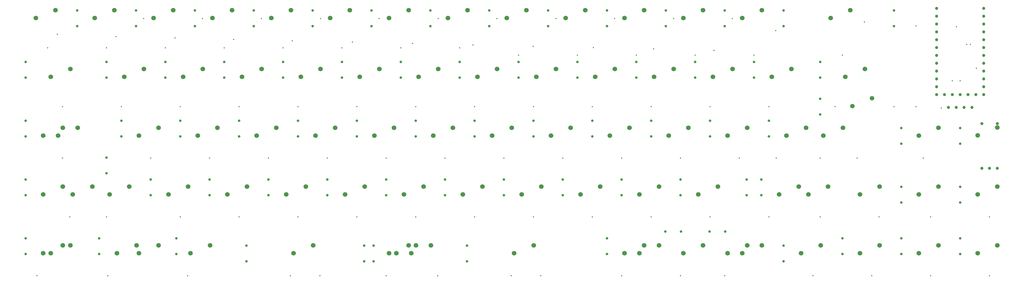
<source format=gbr>
%TF.GenerationSoftware,KiCad,Pcbnew,(6.0.1)*%
%TF.CreationDate,2022-05-17T11:58:55-04:00*%
%TF.ProjectId,GanJing 65 rev 2 solder-rounded,47616e4a-696e-4672-9036-352072657620,2*%
%TF.SameCoordinates,Original*%
%TF.FileFunction,Plated,1,2,PTH,Drill*%
%TF.FilePolarity,Positive*%
%FSLAX46Y46*%
G04 Gerber Fmt 4.6, Leading zero omitted, Abs format (unit mm)*
G04 Created by KiCad (PCBNEW (6.0.1)) date 2022-05-17 11:58:55*
%MOMM*%
%LPD*%
G01*
G04 APERTURE LIST*
%TA.AperFunction,ViaDrill*%
%ADD10C,0.400000*%
%TD*%
%TA.AperFunction,ComponentDrill*%
%ADD11C,0.800000*%
%TD*%
%TA.AperFunction,ComponentDrill*%
%ADD12C,1.000000*%
%TD*%
%TA.AperFunction,ComponentDrill*%
%ADD13C,1.470000*%
%TD*%
%TA.AperFunction,ComponentDrill*%
%ADD14C,1.500000*%
%TD*%
G04 APERTURE END LIST*
D10*
X56000000Y-185737500D03*
X59531250Y-111918750D03*
X62606250Y-107510700D03*
X64293750Y-130968750D03*
X64293750Y-147637500D03*
X66675000Y-166687500D03*
X78581250Y-111918750D03*
X78581250Y-166687500D03*
X79000000Y-185737500D03*
X81606250Y-108300000D03*
X83343750Y-130968750D03*
X90606250Y-102400000D03*
X92868750Y-147637500D03*
X97631250Y-111918750D03*
X100706250Y-108700000D03*
X102393750Y-130968750D03*
X102393750Y-166687500D03*
X104775000Y-185737500D03*
X109606250Y-102400000D03*
X111918750Y-147637500D03*
X116681250Y-111918750D03*
X119706250Y-109200000D03*
X121443750Y-130968750D03*
X121443750Y-166687500D03*
X128706250Y-102400000D03*
X130968750Y-147637500D03*
X135731250Y-111918750D03*
X138112500Y-185737500D03*
X138706250Y-109600000D03*
X140493750Y-130968750D03*
X140493750Y-166687500D03*
X147637500Y-185737500D03*
X147806250Y-102400000D03*
X150018750Y-147637500D03*
X154781250Y-111918750D03*
X158153750Y-110052500D03*
X159543750Y-130968750D03*
X159543750Y-166687500D03*
X166806250Y-102400000D03*
X169068750Y-147637500D03*
X169068750Y-185737500D03*
X173831250Y-111918750D03*
X177628750Y-110477500D03*
X178593750Y-130968750D03*
X178593750Y-166687500D03*
X185737500Y-185737500D03*
X185906250Y-102400000D03*
X188118750Y-147637500D03*
X192881250Y-111918750D03*
X197153750Y-110952500D03*
X197643750Y-130968750D03*
X197643750Y-166687500D03*
X204906250Y-102400000D03*
X207168750Y-147637500D03*
X209550000Y-185737500D03*
X211931250Y-114300000D03*
X216628750Y-111377500D03*
X216693750Y-130968750D03*
X216693750Y-166687500D03*
X219075000Y-185737500D03*
X224006250Y-102400000D03*
X226218750Y-147637500D03*
X230981250Y-114300000D03*
X235743750Y-130968750D03*
X235743750Y-166687500D03*
X236153750Y-111852500D03*
X243006250Y-102400000D03*
X245268750Y-147637500D03*
X245268750Y-185737500D03*
X250031250Y-114300000D03*
X254793750Y-130968750D03*
X254793750Y-166687500D03*
X255628750Y-112277500D03*
X262106250Y-102400000D03*
X264318750Y-147637500D03*
X264318750Y-185737500D03*
X269081250Y-114300000D03*
X273843750Y-130968750D03*
X273843750Y-166687500D03*
X275153750Y-112752500D03*
X278606250Y-185737500D03*
X281106250Y-102400000D03*
X283368750Y-147637500D03*
X288131250Y-114300000D03*
X292893750Y-130968750D03*
X292893750Y-166687500D03*
X295106250Y-106300000D03*
X295275000Y-147637500D03*
X307181250Y-185737500D03*
X309562500Y-147637500D03*
X309562500Y-166687500D03*
X314325000Y-130968750D03*
X316706250Y-114300000D03*
X321468750Y-147637500D03*
X323806250Y-103500000D03*
X326231250Y-185737500D03*
X328612500Y-166687500D03*
X333375000Y-130968750D03*
X340518750Y-104775000D03*
X340518750Y-130968750D03*
X342900000Y-147637500D03*
X345281250Y-166687500D03*
X345281250Y-185737500D03*
X348706250Y-131400000D03*
X352306250Y-122600000D03*
X353606250Y-105100000D03*
X354806250Y-122600000D03*
X356906250Y-110800000D03*
X358106250Y-110800000D03*
X360106250Y-118500000D03*
X364331250Y-166687500D03*
X364331250Y-185737500D03*
D11*
%TO.C,D16*%
X52387500Y-116522500D03*
X52387500Y-121602500D03*
%TO.C,D31*%
X52387500Y-135572500D03*
X52387500Y-140652500D03*
%TO.C,D46*%
X52387500Y-154622500D03*
X52387500Y-159702500D03*
%TO.C,D61*%
X52387500Y-173672500D03*
X52387500Y-178752500D03*
%TO.C,D1*%
X69056250Y-99853750D03*
X69056250Y-104933750D03*
%TO.C,D62*%
X76200000Y-173672500D03*
X76200000Y-178752500D03*
%TO.C,D17*%
X78581250Y-116522500D03*
X78581250Y-121602500D03*
%TO.C,D47*%
X78581250Y-147478750D03*
X78581250Y-152558750D03*
%TO.C,D32*%
X83343750Y-135572500D03*
X83343750Y-140652500D03*
%TO.C,D2*%
X88106250Y-99853750D03*
X88106250Y-104933750D03*
%TO.C,D48*%
X92868750Y-154622500D03*
X92868750Y-159702500D03*
%TO.C,D18*%
X97631250Y-116522500D03*
X97631250Y-121602500D03*
%TO.C,D63*%
X101200000Y-173672500D03*
X101200000Y-178752500D03*
%TO.C,D33*%
X102393750Y-135572500D03*
X102393750Y-140652500D03*
%TO.C,D3*%
X107156250Y-99853750D03*
X107156250Y-104933750D03*
%TO.C,D49*%
X111918750Y-154622500D03*
X111918750Y-159702500D03*
%TO.C,D19*%
X116681250Y-116522500D03*
X116681250Y-121602500D03*
%TO.C,D34*%
X121443750Y-135572500D03*
X121443750Y-140652500D03*
%TO.C,D64*%
X123825000Y-176053750D03*
X123825000Y-181133750D03*
%TO.C,D4*%
X126206250Y-99853750D03*
X126206250Y-104933750D03*
%TO.C,D50*%
X130968750Y-154622500D03*
X130968750Y-159702500D03*
%TO.C,D20*%
X135731250Y-116522500D03*
X135731250Y-121602500D03*
%TO.C,D35*%
X140493750Y-135572500D03*
X140493750Y-140652500D03*
%TO.C,D5*%
X145256250Y-99853750D03*
X145256250Y-104933750D03*
%TO.C,D51*%
X150018750Y-154622500D03*
X150018750Y-159702500D03*
%TO.C,D21*%
X154781250Y-116522500D03*
X154781250Y-121602500D03*
%TO.C,D36*%
X159543750Y-135572500D03*
X159543750Y-140652500D03*
%TO.C,D65*%
X161925000Y-176053750D03*
X161925000Y-181133750D03*
%TO.C,D6*%
X164306250Y-99853750D03*
X164306250Y-104933750D03*
%TO.C,D66*%
X165000000Y-176053750D03*
X165000000Y-181133750D03*
%TO.C,D52*%
X169068750Y-154622500D03*
X169068750Y-159702500D03*
%TO.C,D22*%
X173831250Y-116522500D03*
X173831250Y-121602500D03*
%TO.C,D37*%
X178593750Y-135572500D03*
X178593750Y-140652500D03*
%TO.C,D7*%
X183356250Y-99853750D03*
X183356250Y-104933750D03*
%TO.C,D53*%
X188118750Y-154622500D03*
X188118750Y-159702500D03*
%TO.C,D23*%
X192881250Y-116522500D03*
X192881250Y-121602500D03*
%TO.C,D67*%
X195262500Y-176053750D03*
X195262500Y-181133750D03*
%TO.C,D38*%
X197643750Y-135572500D03*
X197643750Y-140652500D03*
%TO.C,D8*%
X202406250Y-99853750D03*
X202406250Y-104933750D03*
%TO.C,D54*%
X207168750Y-154622500D03*
X207168750Y-159702500D03*
%TO.C,D24*%
X211931250Y-116522500D03*
X211931250Y-121602500D03*
%TO.C,D39*%
X216693750Y-135572500D03*
X216693750Y-140652500D03*
%TO.C,D9*%
X221456250Y-99853750D03*
X221456250Y-104933750D03*
%TO.C,D55*%
X226218750Y-154622500D03*
X226218750Y-159702500D03*
%TO.C,D25*%
X230981250Y-116522500D03*
X230981250Y-121602500D03*
%TO.C,D40*%
X235743750Y-135572500D03*
X235743750Y-140652500D03*
%TO.C,D10*%
X240506250Y-99853750D03*
X240506250Y-104933750D03*
%TO.C,D68*%
X240506250Y-173672500D03*
X240506250Y-178752500D03*
%TO.C,D56*%
X245268750Y-154622500D03*
X245268750Y-159702500D03*
%TO.C,D26*%
X250031250Y-116522500D03*
X250031250Y-121602500D03*
%TO.C,D41*%
X254793750Y-135572500D03*
X254793750Y-140652500D03*
%TO.C,D69*%
X259397500Y-171450000D03*
%TO.C,D11*%
X259556250Y-99853750D03*
X259556250Y-104933750D03*
%TO.C,D57*%
X264318750Y-154622500D03*
X264318750Y-159702500D03*
%TO.C,D69*%
X264477500Y-171450000D03*
%TO.C,D27*%
X269081250Y-116522500D03*
X269081250Y-121602500D03*
%TO.C,D70*%
X273685000Y-171450000D03*
%TO.C,D42*%
X273843750Y-135572500D03*
X273843750Y-140652500D03*
%TO.C,D12*%
X278606250Y-99853750D03*
X278606250Y-104933750D03*
%TO.C,D70*%
X278765000Y-171450000D03*
%TO.C,D59*%
X285750000Y-154622500D03*
X285750000Y-159702500D03*
%TO.C,D28*%
X288131250Y-116522500D03*
X288131250Y-121602500D03*
%TO.C,D58*%
X290512500Y-154622500D03*
X290512500Y-159702500D03*
%TO.C,D43*%
X292893750Y-135572500D03*
X292893750Y-140652500D03*
%TO.C,D13*%
X297656250Y-99853750D03*
X297656250Y-104933750D03*
%TO.C,D71*%
X297656250Y-176053750D03*
X297656250Y-181133750D03*
%TO.C,D29*%
X309562500Y-116522500D03*
X309562500Y-121602500D03*
%TO.C,D44*%
X309562500Y-128428750D03*
X309562500Y-133508750D03*
%TO.C,D72*%
X316706250Y-173672500D03*
X316706250Y-178752500D03*
%TO.C,D14*%
X333375000Y-99853750D03*
X333375000Y-104933750D03*
%TO.C,D30*%
X335756250Y-137953750D03*
X335756250Y-143033750D03*
%TO.C,D45*%
X335756250Y-157003750D03*
X335756250Y-162083750D03*
%TO.C,D73*%
X335756250Y-173672500D03*
X335756250Y-178752500D03*
%TO.C,D15*%
X354806250Y-137953750D03*
X354806250Y-143033750D03*
%TO.C,D60*%
X354806250Y-157003750D03*
X354806250Y-162083750D03*
%TO.C,D74*%
X354806250Y-173672500D03*
X354806250Y-178752500D03*
D12*
%TO.C,U1*%
X347186250Y-99130000D03*
X347186250Y-101670000D03*
X347186250Y-104210000D03*
X347186250Y-106750000D03*
X347186250Y-109290000D03*
X347186250Y-111830000D03*
X347186250Y-114370000D03*
X347186250Y-116910000D03*
X347186250Y-119450000D03*
X347186250Y-121990000D03*
X347186250Y-124530000D03*
X347186250Y-127070000D03*
X349726250Y-127070000D03*
%TO.C,DS1*%
X350996250Y-131250000D03*
%TO.C,U1*%
X352266250Y-127070000D03*
%TO.C,DS1*%
X353536250Y-131250000D03*
%TO.C,U1*%
X354806250Y-127070000D03*
%TO.C,DS1*%
X356076250Y-131250000D03*
%TO.C,U1*%
X357346250Y-127070000D03*
%TO.C,DS1*%
X358616250Y-131250000D03*
%TO.C,U1*%
X359886250Y-127070000D03*
%TO.C,SW1*%
X361831250Y-136475000D03*
X361831250Y-150975000D03*
%TO.C,U1*%
X362426250Y-99130000D03*
X362426250Y-101670000D03*
X362426250Y-104210000D03*
X362426250Y-106750000D03*
X362426250Y-109290000D03*
X362426250Y-111830000D03*
X362426250Y-114370000D03*
X362426250Y-116910000D03*
X362426250Y-119450000D03*
X362426250Y-121990000D03*
X362426250Y-124530000D03*
X362426250Y-127070000D03*
%TO.C,SW1*%
X364331250Y-150975000D03*
X366831250Y-136475000D03*
X366831250Y-150975000D03*
D13*
%TO.C,MX76*%
X319915000Y-130810000D03*
X326265000Y-128270000D03*
D14*
%TO.C,MX1*%
X55721250Y-102235000D03*
%TO.C,MX75*%
X58102500Y-140335000D03*
%TO.C,MX77*%
X58102500Y-159385000D03*
%TO.C,MX61*%
X58102500Y-178435000D03*
%TO.C,MX16*%
X60483750Y-121285000D03*
%TO.C,MX79*%
X60483750Y-178435000D03*
%TO.C,MX1*%
X62071250Y-99695000D03*
%TO.C,MX31*%
X62865000Y-140335000D03*
%TO.C,MX75*%
X64452500Y-137795000D03*
%TO.C,MX77*%
X64452500Y-156845000D03*
%TO.C,MX61*%
X64452500Y-175895000D03*
%TO.C,MX16*%
X66833750Y-118745000D03*
%TO.C,MX79*%
X66833750Y-175895000D03*
%TO.C,MX46*%
X67627500Y-159385000D03*
%TO.C,MX31*%
X69215000Y-137795000D03*
%TO.C,MX46*%
X73977500Y-156845000D03*
%TO.C,MX2*%
X74771250Y-102235000D03*
%TO.C,MX47*%
X79533750Y-159385000D03*
%TO.C,MX2*%
X81121250Y-99695000D03*
%TO.C,MX62*%
X81915000Y-178435000D03*
%TO.C,MX17*%
X84296250Y-121285000D03*
%TO.C,MX47*%
X85883750Y-156845000D03*
%TO.C,MX62*%
X88265000Y-175895000D03*
%TO.C,MX32*%
X89058750Y-140335000D03*
%TO.C,MX80*%
X89058750Y-178435000D03*
%TO.C,MX17*%
X90646250Y-118745000D03*
%TO.C,MX3*%
X93821250Y-102235000D03*
%TO.C,MX32*%
X95408750Y-137795000D03*
%TO.C,MX80*%
X95408750Y-175895000D03*
%TO.C,MX48*%
X98583750Y-159385000D03*
%TO.C,MX3*%
X100171250Y-99695000D03*
%TO.C,MX18*%
X103346250Y-121285000D03*
%TO.C,MX48*%
X104933750Y-156845000D03*
%TO.C,MX63*%
X105727500Y-178435000D03*
%TO.C,MX33*%
X108108750Y-140335000D03*
%TO.C,MX18*%
X109696250Y-118745000D03*
%TO.C,MX63*%
X112077500Y-175895000D03*
%TO.C,MX4*%
X112871250Y-102235000D03*
%TO.C,MX33*%
X114458750Y-137795000D03*
%TO.C,MX49*%
X117633750Y-159385000D03*
%TO.C,MX4*%
X119221250Y-99695000D03*
%TO.C,MX19*%
X122396250Y-121285000D03*
%TO.C,MX49*%
X123983750Y-156845000D03*
%TO.C,MX34*%
X127158750Y-140335000D03*
%TO.C,MX19*%
X128746250Y-118745000D03*
%TO.C,MX5*%
X131921250Y-102235000D03*
%TO.C,MX34*%
X133508750Y-137795000D03*
%TO.C,MX50*%
X136683750Y-159385000D03*
%TO.C,MX5*%
X138271250Y-99695000D03*
%TO.C,MX64*%
X139065000Y-178435000D03*
%TO.C,MX20*%
X141446250Y-121285000D03*
%TO.C,MX50*%
X143033750Y-156845000D03*
%TO.C,MX64*%
X145415000Y-175895000D03*
%TO.C,MX35*%
X146208750Y-140335000D03*
%TO.C,MX20*%
X147796250Y-118745000D03*
%TO.C,MX6*%
X150971250Y-102235000D03*
%TO.C,MX35*%
X152558750Y-137795000D03*
%TO.C,MX51*%
X155733750Y-159385000D03*
%TO.C,MX6*%
X157321250Y-99695000D03*
%TO.C,MX21*%
X160496250Y-121285000D03*
%TO.C,MX51*%
X162083750Y-156845000D03*
%TO.C,MX36*%
X165258750Y-140335000D03*
%TO.C,MX21*%
X166846250Y-118745000D03*
%TO.C,MX7*%
X170021250Y-102235000D03*
%TO.C,MX81*%
X170021250Y-178435000D03*
%TO.C,MX36*%
X171608750Y-137795000D03*
%TO.C,MX65*%
X172402500Y-178435000D03*
%TO.C,MX52*%
X174783750Y-159385000D03*
%TO.C,MX7*%
X176371250Y-99695000D03*
%TO.C,MX81*%
X176371250Y-175895000D03*
%TO.C,MX66*%
X177165000Y-178435000D03*
%TO.C,MX65*%
X178752500Y-175895000D03*
%TO.C,MX22*%
X179546250Y-121285000D03*
%TO.C,MX52*%
X181133750Y-156845000D03*
%TO.C,MX66*%
X183515000Y-175895000D03*
%TO.C,MX37*%
X184308750Y-140335000D03*
%TO.C,MX22*%
X185896250Y-118745000D03*
%TO.C,MX8*%
X189071250Y-102235000D03*
%TO.C,MX37*%
X190658750Y-137795000D03*
%TO.C,MX53*%
X193833750Y-159385000D03*
%TO.C,MX8*%
X195421250Y-99695000D03*
%TO.C,MX23*%
X198596250Y-121285000D03*
%TO.C,MX53*%
X200183750Y-156845000D03*
%TO.C,MX38*%
X203358750Y-140335000D03*
%TO.C,MX23*%
X204946250Y-118745000D03*
%TO.C,MX9*%
X208121250Y-102235000D03*
%TO.C,MX38*%
X209708750Y-137795000D03*
%TO.C,MX67*%
X210502500Y-178435000D03*
%TO.C,MX54*%
X212883750Y-159385000D03*
%TO.C,MX9*%
X214471250Y-99695000D03*
%TO.C,MX67*%
X216852500Y-175895000D03*
%TO.C,MX24*%
X217646250Y-121285000D03*
%TO.C,MX54*%
X219233750Y-156845000D03*
%TO.C,MX39*%
X222408750Y-140335000D03*
%TO.C,MX24*%
X223996250Y-118745000D03*
%TO.C,MX10*%
X227171250Y-102235000D03*
%TO.C,MX39*%
X228758750Y-137795000D03*
%TO.C,MX55*%
X231933750Y-159385000D03*
%TO.C,MX10*%
X233521250Y-99695000D03*
%TO.C,MX25*%
X236696250Y-121285000D03*
%TO.C,MX55*%
X238283750Y-156845000D03*
%TO.C,MX40*%
X241458750Y-140335000D03*
%TO.C,MX25*%
X243046250Y-118745000D03*
%TO.C,MX11*%
X246221250Y-102235000D03*
%TO.C,MX68*%
X246221250Y-178435000D03*
%TO.C,MX40*%
X247808750Y-137795000D03*
%TO.C,MX56*%
X250983750Y-159385000D03*
%TO.C,MX82*%
X250983750Y-178435000D03*
%TO.C,MX11*%
X252571250Y-99695000D03*
%TO.C,MX68*%
X252571250Y-175895000D03*
%TO.C,MX26*%
X255746250Y-121285000D03*
%TO.C,MX56*%
X257333750Y-156845000D03*
%TO.C,MX82*%
X257333750Y-175895000D03*
%TO.C,MX41*%
X260508750Y-140335000D03*
%TO.C,MX26*%
X262096250Y-118745000D03*
%TO.C,MX12*%
X265271250Y-102235000D03*
%TO.C,MX69*%
X265271250Y-178435000D03*
%TO.C,MX41*%
X266858750Y-137795000D03*
%TO.C,MX57*%
X270033750Y-159385000D03*
%TO.C,MX12*%
X271621250Y-99695000D03*
%TO.C,MX69*%
X271621250Y-175895000D03*
%TO.C,MX27*%
X274796250Y-121285000D03*
%TO.C,MX57*%
X276383750Y-156845000D03*
%TO.C,MX42*%
X279558750Y-140335000D03*
%TO.C,MX83*%
X279558750Y-178435000D03*
%TO.C,MX27*%
X281146250Y-118745000D03*
%TO.C,MX13*%
X284321250Y-102235000D03*
%TO.C,MX70*%
X284321250Y-178435000D03*
%TO.C,MX42*%
X285908750Y-137795000D03*
%TO.C,MX83*%
X285908750Y-175895000D03*
%TO.C,MX13*%
X290671250Y-99695000D03*
%TO.C,MX70*%
X290671250Y-175895000D03*
%TO.C,MX28*%
X293846250Y-121285000D03*
%TO.C,MX78*%
X296227500Y-159385000D03*
%TO.C,MX43*%
X298608750Y-140335000D03*
%TO.C,MX28*%
X300196250Y-118745000D03*
%TO.C,MX78*%
X302577500Y-156845000D03*
%TO.C,MX71*%
X303371250Y-178435000D03*
%TO.C,MX43*%
X304958750Y-137795000D03*
%TO.C,MX58*%
X305752500Y-159385000D03*
%TO.C,MX71*%
X309721250Y-175895000D03*
%TO.C,MX44*%
X310515000Y-140335000D03*
%TO.C,MX58*%
X312102500Y-156845000D03*
%TO.C,MX14*%
X312896250Y-102235000D03*
%TO.C,MX44*%
X316865000Y-137795000D03*
%TO.C,MX29*%
X317658750Y-121285000D03*
%TO.C,MX14*%
X319246250Y-99695000D03*
%TO.C,MX59*%
X322421250Y-159385000D03*
%TO.C,MX72*%
X322421250Y-178435000D03*
%TO.C,MX29*%
X324008750Y-118745000D03*
%TO.C,MX59*%
X328771250Y-156845000D03*
%TO.C,MX72*%
X328771250Y-175895000D03*
%TO.C,MX30*%
X341471250Y-140335000D03*
%TO.C,MX45*%
X341471250Y-159385000D03*
%TO.C,MX73*%
X341471250Y-178435000D03*
%TO.C,MX30*%
X347821250Y-137795000D03*
%TO.C,MX45*%
X347821250Y-156845000D03*
%TO.C,MX73*%
X347821250Y-175895000D03*
%TO.C,MX15*%
X360510000Y-140320000D03*
%TO.C,MX60*%
X360521250Y-159385000D03*
%TO.C,MX74*%
X360521250Y-178435000D03*
%TO.C,MX15*%
X366860000Y-137780000D03*
%TO.C,MX60*%
X366871250Y-156845000D03*
%TO.C,MX74*%
X366871250Y-175895000D03*
M02*

</source>
